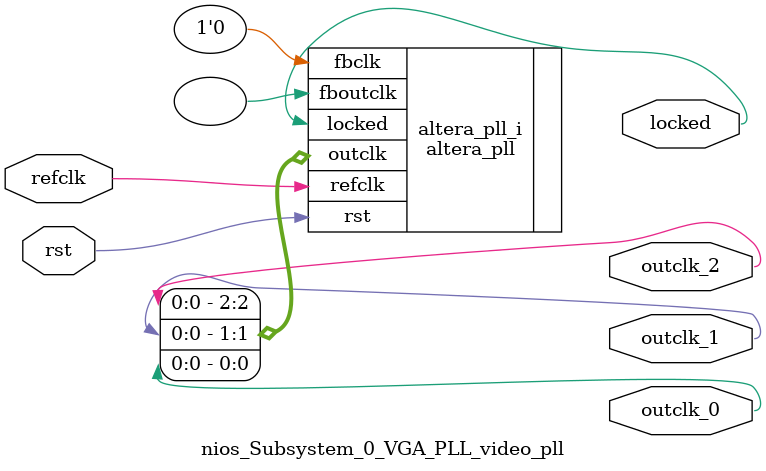
<source format=v>
`timescale 1ns/10ps
module  nios_Subsystem_0_VGA_PLL_video_pll(

	// interface 'refclk'
	input wire refclk,

	// interface 'reset'
	input wire rst,

	// interface 'outclk0'
	output wire outclk_0,

	// interface 'outclk1'
	output wire outclk_1,

	// interface 'outclk2'
	output wire outclk_2,

	// interface 'locked'
	output wire locked
);

	altera_pll #(
		.fractional_vco_multiplier("false"),
		.reference_clock_frequency("50.0 MHz"),
		.operation_mode("direct"),
		.number_of_clocks(3),
		.output_clock_frequency0("25.000000 MHz"),
		.phase_shift0("0 ps"),
		.duty_cycle0(50),
		.output_clock_frequency1("25.000000 MHz"),
		.phase_shift1("0 ps"),
		.duty_cycle1(50),
		.output_clock_frequency2("33.000000 MHz"),
		.phase_shift2("0 ps"),
		.duty_cycle2(50),
		.output_clock_frequency3("0 MHz"),
		.phase_shift3("0 ps"),
		.duty_cycle3(50),
		.output_clock_frequency4("0 MHz"),
		.phase_shift4("0 ps"),
		.duty_cycle4(50),
		.output_clock_frequency5("0 MHz"),
		.phase_shift5("0 ps"),
		.duty_cycle5(50),
		.output_clock_frequency6("0 MHz"),
		.phase_shift6("0 ps"),
		.duty_cycle6(50),
		.output_clock_frequency7("0 MHz"),
		.phase_shift7("0 ps"),
		.duty_cycle7(50),
		.output_clock_frequency8("0 MHz"),
		.phase_shift8("0 ps"),
		.duty_cycle8(50),
		.output_clock_frequency9("0 MHz"),
		.phase_shift9("0 ps"),
		.duty_cycle9(50),
		.output_clock_frequency10("0 MHz"),
		.phase_shift10("0 ps"),
		.duty_cycle10(50),
		.output_clock_frequency11("0 MHz"),
		.phase_shift11("0 ps"),
		.duty_cycle11(50),
		.output_clock_frequency12("0 MHz"),
		.phase_shift12("0 ps"),
		.duty_cycle12(50),
		.output_clock_frequency13("0 MHz"),
		.phase_shift13("0 ps"),
		.duty_cycle13(50),
		.output_clock_frequency14("0 MHz"),
		.phase_shift14("0 ps"),
		.duty_cycle14(50),
		.output_clock_frequency15("0 MHz"),
		.phase_shift15("0 ps"),
		.duty_cycle15(50),
		.output_clock_frequency16("0 MHz"),
		.phase_shift16("0 ps"),
		.duty_cycle16(50),
		.output_clock_frequency17("0 MHz"),
		.phase_shift17("0 ps"),
		.duty_cycle17(50),
		.pll_type("General"),
		.pll_subtype("General")
	) altera_pll_i (
		.rst	(rst),
		.outclk	({outclk_2, outclk_1, outclk_0}),
		.locked	(locked),
		.fboutclk	( ),
		.fbclk	(1'b0),
		.refclk	(refclk)
	);
endmodule


</source>
